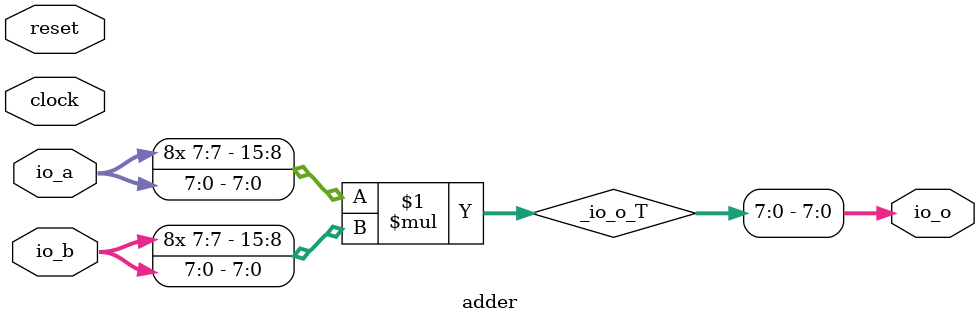
<source format=v>
module adder(
  input        clock,
  input        reset,
  input  [7:0] io_a,
  input  [7:0] io_b,
  output [7:0] io_o
);
  wire [15:0] _io_o_T = $signed(io_a) * $signed(io_b); // @[adder.scala 13:24]
  assign io_o = _io_o_T[7:0]; // @[adder.scala 15:8]
endmodule

</source>
